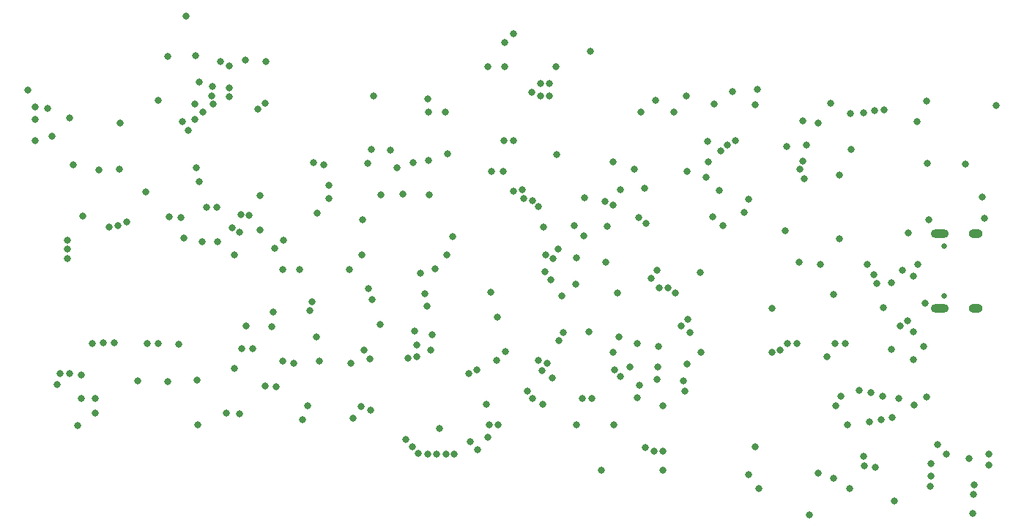
<source format=gbr>
%TF.GenerationSoftware,KiCad,Pcbnew,(6.0.11)*%
%TF.CreationDate,2023-04-06T14:42:31-07:00*%
%TF.ProjectId,EV5 Board Design,45563520-426f-4617-9264-204465736967,rev?*%
%TF.SameCoordinates,Original*%
%TF.FileFunction,Soldermask,Bot*%
%TF.FilePolarity,Negative*%
%FSLAX46Y46*%
G04 Gerber Fmt 4.6, Leading zero omitted, Abs format (unit mm)*
G04 Created by KiCad (PCBNEW (6.0.11)) date 2023-04-06 14:42:31*
%MOMM*%
%LPD*%
G01*
G04 APERTURE LIST*
%ADD10C,0.650000*%
%ADD11O,1.600000X1.000000*%
%ADD12O,2.100000X1.000000*%
%ADD13C,0.800000*%
G04 APERTURE END LIST*
D10*
%TO.C,J9*%
X204490000Y-89460000D03*
X204490000Y-83680000D03*
D11*
X208140000Y-90890000D03*
D12*
X203960000Y-82250000D03*
D11*
X208140000Y-82250000D03*
D12*
X203960000Y-90890000D03*
%TD*%
D13*
X118770000Y-68210000D03*
X169910000Y-106980000D03*
X149680000Y-106349500D03*
X150538093Y-107257027D03*
X170960498Y-107439963D03*
X145170000Y-95700000D03*
X143570000Y-95110000D03*
X171960000Y-107440500D03*
X171950000Y-109639500D03*
X164850000Y-109639500D03*
X180000000Y-65840500D03*
X182880000Y-65560500D03*
X182620000Y-106900000D03*
X163790000Y-101300000D03*
X162700000Y-101320500D03*
X116400000Y-69310000D03*
X109232701Y-69459500D03*
X117960000Y-61730000D03*
X114730000Y-61810000D03*
X116870000Y-57150000D03*
X113620000Y-66870000D03*
X100825500Y-67820000D03*
X103440000Y-68890000D03*
X101336607Y-71001774D03*
X186080000Y-81940000D03*
X193650000Y-68389500D03*
X177169274Y-71580161D03*
X137170308Y-84769692D03*
X181410000Y-79850000D03*
X135715378Y-86424622D03*
X178682215Y-72717835D03*
X206989500Y-74250000D03*
X139370000Y-77750000D03*
X193294000Y-104394000D03*
X188295643Y-75885713D03*
X202530000Y-74150000D03*
X138340000Y-89900000D03*
X163400000Y-93610000D03*
X198370000Y-95640000D03*
X173220000Y-68210000D03*
X146850000Y-68210000D03*
X144910000Y-68210000D03*
X152866945Y-91919406D03*
X169410000Y-68210000D03*
X193540000Y-111740000D03*
X103390878Y-98489622D03*
X198370000Y-87910000D03*
X171290000Y-99140000D03*
X191962000Y-102170000D03*
X138570000Y-66329500D03*
X187787750Y-74847750D03*
X152110000Y-89080000D03*
X143080000Y-74030000D03*
X151574349Y-102020500D03*
X166710000Y-89120500D03*
X171406188Y-97669500D03*
X131420000Y-90170000D03*
X158120000Y-102020500D03*
X139340000Y-92800000D03*
X187720000Y-85560000D03*
X130910000Y-102170000D03*
X172000000Y-102170000D03*
X159700936Y-73170936D03*
X184560000Y-90910000D03*
X130000000Y-86410000D03*
X190190500Y-85800000D03*
X202250000Y-90350000D03*
X144495000Y-89225000D03*
X128040000Y-97028000D03*
X199270000Y-101290000D03*
X202940000Y-110280000D03*
X152740500Y-96954597D03*
X191690000Y-110520000D03*
X125422500Y-81870000D03*
X141260000Y-74650000D03*
X189971188Y-109981188D03*
X199660000Y-86500000D03*
X200902000Y-96838000D03*
X123830500Y-92981749D03*
X162910000Y-78170500D03*
X191700000Y-89330000D03*
X200310500Y-82190000D03*
X144970000Y-77810000D03*
X138113500Y-96740854D03*
X122480000Y-84740000D03*
X174805000Y-75105000D03*
X118192500Y-104412500D03*
X122428000Y-97879500D03*
X177191985Y-74021778D03*
X144700000Y-90630000D03*
X123320000Y-95570000D03*
X186315583Y-72195583D03*
X199390000Y-92910000D03*
X133390000Y-76690000D03*
X208880000Y-78030000D03*
X204705000Y-107740000D03*
X201060000Y-102130000D03*
X209655000Y-109010000D03*
X209655000Y-107740000D03*
X137940378Y-88649622D03*
X121510000Y-103020000D03*
X176280000Y-86805000D03*
X159580000Y-62999500D03*
X198481583Y-103569500D03*
X202750000Y-80650000D03*
X137880000Y-74130000D03*
X151892000Y-104394000D03*
X180340000Y-71520000D03*
X153814735Y-95884735D03*
X158170000Y-81510000D03*
X163630000Y-61200500D03*
X200940000Y-93590000D03*
X197467500Y-90840000D03*
X151779163Y-105793500D03*
X208000000Y-111280000D03*
X125422500Y-77890000D03*
X182660000Y-67360500D03*
X209180000Y-80510000D03*
X175090000Y-93690000D03*
X143250000Y-93540000D03*
X104310000Y-104499500D03*
X177900000Y-67310000D03*
X102290000Y-98480000D03*
X141920000Y-77710000D03*
X201380000Y-69329500D03*
X202480000Y-66950000D03*
X197420000Y-101040000D03*
X192410000Y-82890000D03*
X153591273Y-71537170D03*
X147040000Y-84740000D03*
X147050000Y-73040500D03*
X152150000Y-75069500D03*
X153510000Y-75069500D03*
X147674500Y-82620000D03*
X154700000Y-71540000D03*
X144860000Y-73800000D03*
X202150000Y-95330000D03*
X201410000Y-85810000D03*
X200300000Y-92330000D03*
X200947464Y-87176839D03*
X145849043Y-107771711D03*
X121840000Y-62848500D03*
X120860000Y-62400000D03*
X146890497Y-107719500D03*
X140460000Y-72650000D03*
X124170000Y-80200000D03*
X127310000Y-99990000D03*
X156350000Y-100520000D03*
X123067465Y-82082535D03*
X132770915Y-74317132D03*
X131620000Y-74069500D03*
X122196414Y-81592355D03*
X138290000Y-72540500D03*
X126000000Y-99920000D03*
X123175266Y-80102502D03*
X156950000Y-101320500D03*
X174823097Y-92166903D03*
X157810000Y-64920000D03*
X157800000Y-66329500D03*
X171160000Y-66870000D03*
X126100000Y-62390000D03*
X112240000Y-77430000D03*
X170650000Y-87420000D03*
X126020162Y-67240000D03*
X119230000Y-79240000D03*
X103170500Y-84080628D03*
X108965628Y-81304500D03*
X195220000Y-108030000D03*
X174700000Y-66329500D03*
X117104483Y-70311384D03*
X171284910Y-86502481D03*
X125180000Y-67890000D03*
X174090000Y-92940000D03*
X123749550Y-62190000D03*
X158890000Y-66329500D03*
X158820000Y-64890000D03*
X107932375Y-81547625D03*
X120420000Y-79260000D03*
X103170500Y-83030000D03*
X195250000Y-109110000D03*
X161919500Y-88138000D03*
X165579315Y-81471500D03*
X162838500Y-82550000D03*
X159004000Y-87630000D03*
X142480000Y-96639500D03*
X130350000Y-103799500D03*
X138176000Y-102669500D03*
X106350000Y-103019500D03*
X145660000Y-86320000D03*
X104755000Y-101320500D03*
X145350500Y-93980000D03*
X106350000Y-101290000D03*
X106060000Y-94980000D03*
X111252000Y-99332000D03*
X107330000Y-94860000D03*
X114740000Y-99360000D03*
X108580000Y-94890000D03*
X118147500Y-99217500D03*
X190980000Y-96470000D03*
X207920000Y-112450000D03*
X207390000Y-108280000D03*
X203770688Y-106700688D03*
X192530000Y-101110000D03*
X196555628Y-109274872D03*
X132025000Y-79870000D03*
X143924500Y-86871585D03*
X154706143Y-77349758D03*
X133337535Y-78192465D03*
X166250000Y-73979500D03*
X137250000Y-80630000D03*
X169900000Y-77060000D03*
X188135147Y-73864261D03*
X156902566Y-78441000D03*
X189933946Y-69519500D03*
X188569500Y-72059500D03*
X193749500Y-72560000D03*
X191376716Y-67243284D03*
X142291793Y-106030000D03*
X188120000Y-69260500D03*
X155695174Y-77205457D03*
X192360500Y-75510000D03*
X155914929Y-78180500D03*
X124530000Y-95560000D03*
X123080000Y-103100000D03*
X202440000Y-101160000D03*
X127076382Y-84003618D03*
X168710000Y-74830000D03*
X160292310Y-89452253D03*
X167100000Y-77220000D03*
X159835839Y-84040404D03*
X161990000Y-104369500D03*
X152891503Y-104394000D03*
X113650000Y-94980000D03*
X129339007Y-97279007D03*
X126924122Y-91315122D03*
X112400000Y-94990000D03*
X99426000Y-69050000D03*
X143016293Y-106925500D03*
X99420500Y-71490000D03*
X143741209Y-107677719D03*
X144824445Y-107771711D03*
X99426000Y-67600000D03*
X98576000Y-65720000D03*
X147890000Y-107719500D03*
X166320000Y-104369500D03*
X166397000Y-98020000D03*
X169310000Y-99770000D03*
X146120000Y-104769500D03*
X181890000Y-110170000D03*
X183050000Y-111773000D03*
X149550000Y-98430000D03*
X166190000Y-78975934D03*
X150480000Y-98020000D03*
X165270000Y-78540000D03*
X168979000Y-101261000D03*
X159190000Y-98920000D03*
X167060000Y-98820000D03*
X157999521Y-98087132D03*
X176345000Y-96035000D03*
X157618395Y-96888698D03*
X174780000Y-97370000D03*
X158574396Y-97269500D03*
X172589503Y-88583500D03*
X159950000Y-94620000D03*
X160482923Y-93708674D03*
X171590000Y-88583500D03*
X159320520Y-85119623D03*
X158417279Y-84691651D03*
X157620000Y-79140500D03*
X103840000Y-74300000D03*
X184570000Y-95980000D03*
X174310000Y-99310000D03*
X174521188Y-100458812D03*
X185541515Y-95745128D03*
X166860000Y-94230000D03*
X169030000Y-94960000D03*
X171430000Y-95320000D03*
X161707914Y-81342843D03*
X166245582Y-96023217D03*
X186396419Y-95016419D03*
X187510000Y-94990000D03*
X168200000Y-97669500D03*
X143516696Y-96519500D03*
X158325500Y-86711123D03*
X173432493Y-89120500D03*
X165360000Y-85549500D03*
X161988500Y-85090000D03*
X120469500Y-83170000D03*
X118720000Y-83225000D03*
X178541386Y-77288614D03*
X177000500Y-75778614D03*
X181870000Y-78330000D03*
X179424850Y-72048883D03*
X197560000Y-67989500D03*
X196739500Y-88070000D03*
X196339500Y-87030000D03*
X196410000Y-68080000D03*
X195200000Y-68310000D03*
X195610000Y-85810000D03*
X126800000Y-93010000D03*
X116042535Y-95037465D03*
X128070000Y-86460000D03*
X128135027Y-83010912D03*
X131908233Y-94243142D03*
X131150000Y-91150000D03*
X207820000Y-114660500D03*
X103170500Y-85130000D03*
X109140000Y-74830000D03*
X188940000Y-114790000D03*
X198740000Y-113220000D03*
X109965131Y-80904500D03*
X116260000Y-80390000D03*
X120000000Y-67310000D03*
X121859500Y-66450000D03*
X118400000Y-76240000D03*
X119854653Y-66321122D03*
X121859500Y-65450497D03*
X114940000Y-80370000D03*
X118050500Y-74645976D03*
X106820000Y-74900000D03*
X104914622Y-80285378D03*
X153670000Y-60198000D03*
X153670000Y-62992000D03*
X151720000Y-62949500D03*
X154686000Y-59182000D03*
X202950000Y-108900000D03*
X197230000Y-103740000D03*
X169150000Y-80380000D03*
X193100000Y-94940500D03*
X196040000Y-100670000D03*
X177749500Y-80349500D03*
X195890000Y-104050000D03*
X178883221Y-81349000D03*
X191900500Y-94940500D03*
X137064927Y-102269500D03*
X194680000Y-100380000D03*
X170027459Y-81099500D03*
X136144000Y-103632000D03*
X202900000Y-111460000D03*
X137414000Y-95758000D03*
X116586000Y-82804000D03*
X117856000Y-69059500D03*
X156859574Y-65948767D03*
X135890000Y-97282000D03*
X117856000Y-67310000D03*
X119952016Y-65234516D03*
X132268800Y-97028000D03*
X104790378Y-98659622D03*
X144839500Y-66720369D03*
X118425128Y-64735628D03*
X101990500Y-99720000D03*
X210530000Y-67470000D03*
M02*

</source>
